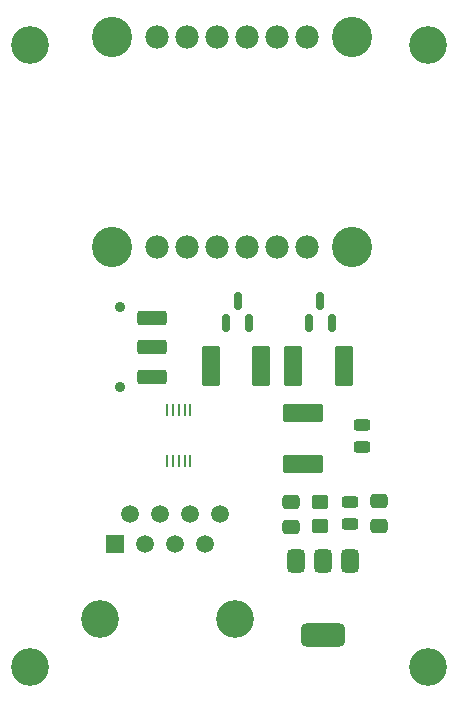
<source format=gts>
%TF.GenerationSoftware,KiCad,Pcbnew,8.0.1-rc1*%
%TF.CreationDate,2024-12-17T18:19:34-05:00*%
%TF.ProjectId,BNO_BREAKOUT,424e4f5f-4252-4454-914b-4f55542e6b69,rev?*%
%TF.SameCoordinates,Original*%
%TF.FileFunction,Soldermask,Top*%
%TF.FilePolarity,Negative*%
%FSLAX46Y46*%
G04 Gerber Fmt 4.6, Leading zero omitted, Abs format (unit mm)*
G04 Created by KiCad (PCBNEW 8.0.1-rc1) date 2024-12-17 18:19:34*
%MOMM*%
%LPD*%
G01*
G04 APERTURE LIST*
G04 Aperture macros list*
%AMRoundRect*
0 Rectangle with rounded corners*
0 $1 Rounding radius*
0 $2 $3 $4 $5 $6 $7 $8 $9 X,Y pos of 4 corners*
0 Add a 4 corners polygon primitive as box body*
4,1,4,$2,$3,$4,$5,$6,$7,$8,$9,$2,$3,0*
0 Add four circle primitives for the rounded corners*
1,1,$1+$1,$2,$3*
1,1,$1+$1,$4,$5*
1,1,$1+$1,$6,$7*
1,1,$1+$1,$8,$9*
0 Add four rect primitives between the rounded corners*
20,1,$1+$1,$2,$3,$4,$5,0*
20,1,$1+$1,$4,$5,$6,$7,0*
20,1,$1+$1,$6,$7,$8,$9,0*
20,1,$1+$1,$8,$9,$2,$3,0*%
G04 Aperture macros list end*
%ADD10RoundRect,0.250000X0.537500X1.450000X-0.537500X1.450000X-0.537500X-1.450000X0.537500X-1.450000X0*%
%ADD11RoundRect,0.243750X0.456250X-0.243750X0.456250X0.243750X-0.456250X0.243750X-0.456250X-0.243750X0*%
%ADD12RoundRect,0.250000X-0.475000X0.337500X-0.475000X-0.337500X0.475000X-0.337500X0.475000X0.337500X0*%
%ADD13RoundRect,0.250000X0.475000X-0.337500X0.475000X0.337500X-0.475000X0.337500X-0.475000X-0.337500X0*%
%ADD14C,0.900000*%
%ADD15RoundRect,0.250000X-1.000000X0.375000X-1.000000X-0.375000X1.000000X-0.375000X1.000000X0.375000X0*%
%ADD16C,3.200000*%
%ADD17R,1.500000X1.500000*%
%ADD18C,1.500000*%
%ADD19RoundRect,0.150000X0.150000X-0.587500X0.150000X0.587500X-0.150000X0.587500X-0.150000X-0.587500X0*%
%ADD20R,0.250000X1.100000*%
%ADD21RoundRect,0.250000X0.450000X-0.350000X0.450000X0.350000X-0.450000X0.350000X-0.450000X-0.350000X0*%
%ADD22RoundRect,0.375000X-0.375000X0.625000X-0.375000X-0.625000X0.375000X-0.625000X0.375000X0.625000X0*%
%ADD23RoundRect,0.500000X-1.400000X0.500000X-1.400000X-0.500000X1.400000X-0.500000X1.400000X0.500000X0*%
%ADD24RoundRect,0.250000X-1.450000X0.537500X-1.450000X-0.537500X1.450000X-0.537500X1.450000X0.537500X0*%
%ADD25C,1.982000*%
%ADD26C,3.404000*%
G04 APERTURE END LIST*
D10*
%TO.C,C2*%
X148500000Y-99000000D03*
X144225000Y-99000000D03*
%TD*%
D11*
%TO.C,D4*%
X150000000Y-105875000D03*
X150000000Y-104000000D03*
%TD*%
D12*
%TO.C,C5*%
X151500000Y-110425000D03*
X151500000Y-112500000D03*
%TD*%
D13*
%TO.C,C6*%
X144000000Y-112575000D03*
X144000000Y-110500000D03*
%TD*%
D14*
%TO.C,ADRESS*%
X129500000Y-94000000D03*
X129500000Y-100800000D03*
D15*
X132250000Y-94900000D03*
X132250000Y-97400000D03*
X132250000Y-99900000D03*
%TD*%
D16*
%TO.C,Ethernet*%
X127840000Y-120390000D03*
X139270000Y-120390000D03*
D17*
X129110000Y-114040000D03*
D18*
X130380000Y-111500000D03*
X131650000Y-114040000D03*
X132920000Y-111500000D03*
X134190000Y-114040000D03*
X135460000Y-111500000D03*
X136730000Y-114040000D03*
X138000000Y-111500000D03*
%TD*%
D16*
%TO.C,REF\u002A\u002A*%
X121900000Y-71800000D03*
%TD*%
D19*
%TO.C,D3*%
X145550000Y-95375000D03*
X147450000Y-95375000D03*
X146500000Y-93500000D03*
%TD*%
D10*
%TO.C,C3*%
X141500000Y-99000000D03*
X137225000Y-99000000D03*
%TD*%
D16*
%TO.C,M3*%
X155600000Y-124500000D03*
%TD*%
D20*
%TO.C,U2*%
X135500000Y-102750000D03*
X135000000Y-102750000D03*
X134500000Y-102750000D03*
X134000000Y-102750000D03*
X133500000Y-102750000D03*
X133500000Y-107050000D03*
X134000000Y-107050000D03*
X134500000Y-107050000D03*
X135000000Y-107050000D03*
X135500000Y-107050000D03*
%TD*%
D21*
%TO.C,R1*%
X146500000Y-112500000D03*
X146500000Y-110500000D03*
%TD*%
D11*
%TO.C,D5*%
X149000000Y-112375000D03*
X149000000Y-110500000D03*
%TD*%
D19*
%TO.C,D1*%
X138550000Y-95375000D03*
X140450000Y-95375000D03*
X139500000Y-93500000D03*
%TD*%
D16*
%TO.C,M3*%
X121900000Y-124500000D03*
%TD*%
D22*
%TO.C,U3*%
X149000000Y-115500000D03*
X146700000Y-115500000D03*
D23*
X146700000Y-121800000D03*
D22*
X144400000Y-115500000D03*
%TD*%
D24*
%TO.C,C1*%
X145000000Y-103000000D03*
X145000000Y-107275000D03*
%TD*%
D25*
%TO.C,BNO*%
X132650000Y-88890000D03*
X135190000Y-88890000D03*
X137730000Y-88890000D03*
X140270000Y-88890000D03*
X142810000Y-88890000D03*
X145350000Y-88890000D03*
X132650000Y-71110000D03*
X135190000Y-71110000D03*
X137730000Y-71110000D03*
X140270000Y-71110000D03*
X142810000Y-71110000D03*
X145350000Y-71110000D03*
D26*
X128840000Y-71110000D03*
X149160000Y-71110000D03*
X128840000Y-88890000D03*
X149160000Y-88890000D03*
%TD*%
D16*
%TO.C,REF\u002A\u002A*%
X155600000Y-71800000D03*
%TD*%
M02*

</source>
